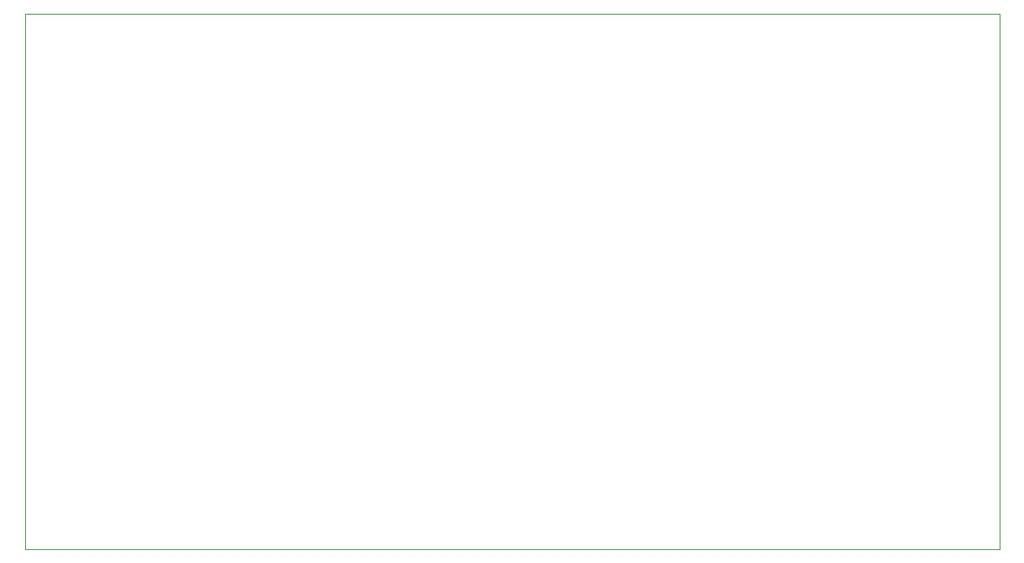
<source format=gbr>
%TF.GenerationSoftware,KiCad,Pcbnew,(6.0.2)*%
%TF.CreationDate,2022-02-27T09:47:09-08:00*%
%TF.ProjectId,intro project,696e7472-6f20-4707-926f-6a6563742e6b,rev?*%
%TF.SameCoordinates,Original*%
%TF.FileFunction,Profile,NP*%
%FSLAX46Y46*%
G04 Gerber Fmt 4.6, Leading zero omitted, Abs format (unit mm)*
G04 Created by KiCad (PCBNEW (6.0.2)) date 2022-02-27 09:47:09*
%MOMM*%
%LPD*%
G01*
G04 APERTURE LIST*
%TA.AperFunction,Profile*%
%ADD10C,0.100000*%
%TD*%
G04 APERTURE END LIST*
D10*
X172720000Y-106680000D02*
X71120000Y-106680000D01*
X71120000Y-106680000D02*
X71120000Y-50800000D01*
X71120000Y-50800000D02*
X172720000Y-50800000D01*
X172720000Y-50800000D02*
X172720000Y-106680000D01*
M02*

</source>
